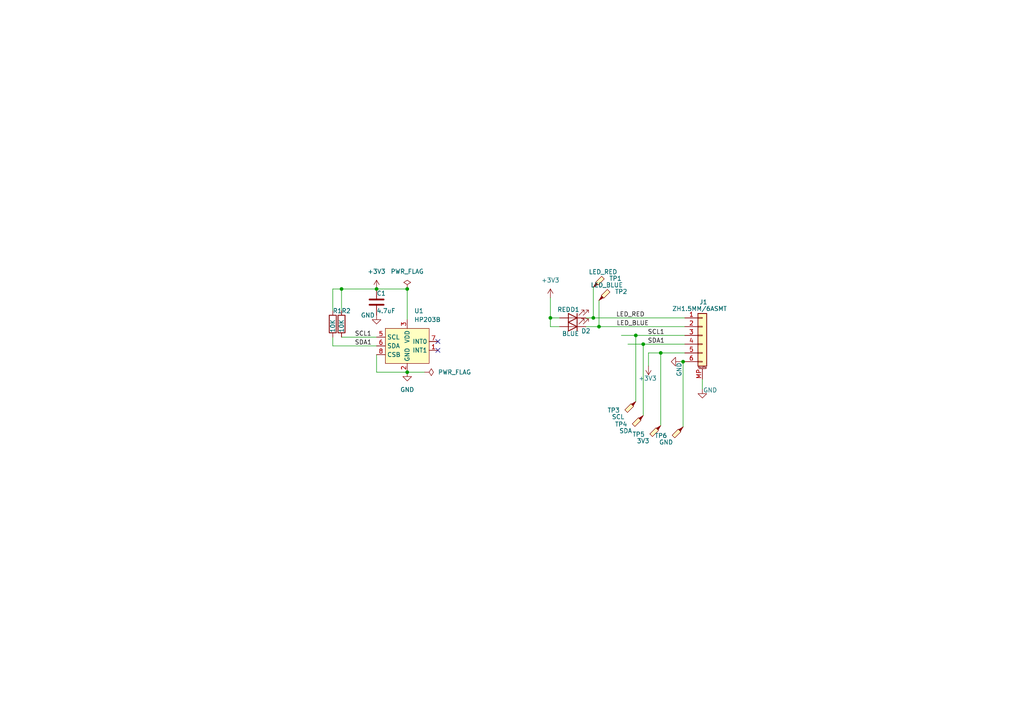
<source format=kicad_sch>
(kicad_sch (version 20230121) (generator eeschema)
  (paper "A4")
  (title_block (title "ECS-01-LED") (date "2022-09-13") (rev "V0.1"))
  (lib_symbols
    (symbol "Connector:TestPoint_Probe" (pin_numbers hide) (pin_names (offset 0.762) hide)
      (property "Reference" "TP" (at 1.651 5.842 0))
      (property "Value" "TestPoint_Probe" (at 1.651 4.064 0))
      (symbol "TestPoint_Probe_0_1"
        (polyline (pts (xy 1.27 0.762) (xy 0 0) (xy 0.762 1.27) (xy 1.27 0.762)) (fill (type outline)))
        (polyline (pts (xy 1.397 0.635) (xy 0.635 1.397) (xy 2.413 3.175) (xy 3.175 2.413) (xy 1.397 0.635)) (fill (type background)))
      )
      (symbol "TestPoint_Probe_1_1"
        (pin passive line (at 0 0 90) (length 0) (name "1") (number "1"))
      )
    )
    (symbol "Connector_Generic_MountingPin:Conn_01x06_MountingPin" (pin_names (offset 1.016) hide)
      (property "Reference" "J" (at 0 7.62 0))
      (property "Value" "Conn_01x06_MountingPin" (at 1.27 -10.16 0))
      (symbol "Conn_01x06_MountingPin_1_1"
        (rectangle (start -1.27 -7.493) (end 0 -7.747) (stroke (width 0.1524)))
        (rectangle (start -1.27 -4.953) (end 0 -5.207) (stroke (width 0.1524)))
        (rectangle (start -1.27 -2.413) (end 0 -2.667) (stroke (width 0.1524)))
        (rectangle (start -1.27 0.127) (end 0 -0.127) (stroke (width 0.1524)))
        (rectangle (start -1.27 2.667) (end 0 2.413) (stroke (width 0.1524)))
        (rectangle (start -1.27 5.207) (end 0 4.953) (stroke (width 0.1524)))
        (rectangle (start -1.27 6.35) (end 1.27 -8.89) (stroke (width 0.254)) (fill (type background)))
        (polyline (pts (xy -1.016 -9.652) (xy 1.016 -9.652)) (stroke (width 0.1524)))
        (text "Mounting" (at 0 -9.271 0) (effects (font (size 0.381 0.381))))
        (pin passive line (at -5.08 5.08 0) (length 3.81) (name "Pin_1") (number "1"))
        (pin passive line (at -5.08 2.54 0) (length 3.81) (name "Pin_2") (number "2"))
        (pin passive line (at -5.08 0 0) (length 3.81) (name "Pin_3") (number "3"))
        (pin passive line (at -5.08 -2.54 0) (length 3.81) (name "Pin_4") (number "4"))
        (pin passive line (at -5.08 -5.08 0) (length 3.81) (name "Pin_5") (number "5"))
        (pin passive line (at -5.08 -7.62 0) (length 3.81) (name "Pin_6") (number "6"))
        (pin passive line (at 0 -12.7 90) (length 3.048) (name "MountPin") (number "MP"))
      )
    )
    (symbol "Device:C" (pin_numbers hide) (pin_names (offset 0.254))
      (property "Reference" "C" (at 0.635 2.54 0))
      (property "Value" "C" (at 0.635 -2.54 0))
      (symbol "C_0_1"
        (polyline (pts (xy -2.032 -0.762) (xy 2.032 -0.762)) (stroke (width 0.508)))
        (polyline (pts (xy -2.032 0.762) (xy 2.032 0.762)) (stroke (width 0.508)))
      )
      (symbol "C_1_1"
        (pin passive line (at 0 3.81 270) (length 2.794) (name "~") (number "1"))
        (pin passive line (at 0 -3.81 90) (length 2.794) (name "~") (number "2"))
      )
    )
    (symbol "Device:LED" (pin_numbers hide) (pin_names (offset 1.016) hide)
      (property "Reference" "D" (at 0 2.54 0))
      (property "Value" "LED" (at 0 -2.54 0))
      (symbol "LED_0_1"
        (polyline (pts (xy -1.27 -1.27) (xy -1.27 1.27)) (stroke (width 0.254)))
        (polyline (pts (xy -1.27 0) (xy 1.27 0)))
        (polyline (pts (xy 1.27 -1.27) (xy 1.27 1.27) (xy -1.27 0) (xy 1.27 -1.27)) (stroke (width 0.254)))
        (polyline (pts (xy -3.048 -0.762) (xy -4.572 -2.286) (xy -3.81 -2.286) (xy -4.572 -2.286) (xy -4.572 -1.524)))
        (polyline (pts (xy -1.778 -0.762) (xy -3.302 -2.286) (xy -2.54 -2.286) (xy -3.302 -2.286) (xy -3.302 -1.524)))
      )
      (symbol "LED_1_1"
        (pin passive line (at -3.81 0 0) (length 2.54) (name "K") (number "1"))
        (pin passive line (at 3.81 0 180) (length 2.54) (name "A") (number "2"))
      )
    )
    (symbol "Device:R" (pin_numbers hide) (pin_names (offset 0))
      (property "Reference" "R" (at 2.032 0 90))
      (property "Value" "R" (at 0 0 90))
      (symbol "R_0_1"
        (rectangle (start -1.016 -2.54) (end 1.016 2.54) (stroke (width 0.254)))
      )
      (symbol "R_1_1"
        (pin passive line (at 0 3.81 270) (length 1.27) (name "~") (number "1"))
        (pin passive line (at 0 -3.81 90) (length 1.27) (name "~") (number "2"))
      )
    )
    (symbol "Ovo_Sensor_Pressure:HP203B"
      (property "Reference" "U" (at 2.54 8.89 0))
      (property "Value" "HP203B" (at 5.08 6.35 0))
      (symbol "HP203B_0_1"
        (rectangle (start -6.35 5.08) (end 6.35 -5.08) (fill (type background)))
      )
      (symbol "HP203B_1_1"
        (pin output line (at 8.89 -1.27 180) (length 2.54) (name "INT1") (number "1"))
        (pin power_in line (at 0 -7.62 90) (length 2.54) (name "GND") (number "2"))
        (pin power_in line (at 0 7.62 270) (length 2.54) (name "VDD") (number "3"))
        (pin no_connect line (at -3.81 -7.62 90) (length 2.54) hide (name "NC") (number "4"))
        (pin input line (at -8.89 2.54 0) (length 2.54) (name "SCL") (number "5"))
        (pin bidirectional line (at -8.89 0 0) (length 2.54) (name "SDA") (number "6"))
        (pin output line (at 8.89 1.27 180) (length 2.54) (name "INT0") (number "7"))
        (pin input line (at -8.89 -2.54 0) (length 2.54) (name "CSB") (number "8"))
      )
    )
    (symbol "power:+3V3" (power) (pin_names (offset 0))
      (property "Value" "+3V3" (at 0 3.556 0))
      (symbol "+3V3_0_1"
        (polyline (pts (xy -0.762 1.27) (xy 0 2.54)))
        (polyline (pts (xy 0 0) (xy 0 2.54)))
        (polyline (pts (xy 0 2.54) (xy 0.762 1.27)))
      )
      (symbol "+3V3_1_1"
        (pin power_in line (at 0 0 90) (length 0) hide (name "+3V3") (number "1"))
      )
    )
    (symbol "power:GND" (power) (pin_names (offset 0))
      (property "Value" "GND" (at 0 -3.81 0))
      (symbol "GND_0_1"
        (polyline (pts (xy 0 0) (xy 0 -1.27) (xy 1.27 -1.27) (xy 0 -2.54) (xy -1.27 -1.27) (xy 0 -1.27)))
      )
      (symbol "GND_1_1"
        (pin power_in line (at 0 0 270) (length 0) hide (name "GND") (number "1"))
      )
    )
    (symbol "power:PWR_FLAG" (power) (pin_numbers hide) (pin_names (offset 0) hide)
      (property "Value" "PWR_FLAG" (at 0 3.81 0))
      (symbol "PWR_FLAG_0_0"
        (pin power_out line (at 0 0 90) (length 0) (name "pwr") (number "1"))
      )
      (symbol "PWR_FLAG_0_1"
        (polyline (pts (xy 0 0) (xy 0 1.27) (xy -1.016 1.905) (xy 0 2.54) (xy 1.016 1.905) (xy 0 1.27)))
      )
    )
  )
  (junction (at 186.563 99.822))
  (junction (at 109.22 83.82))
  (junction (at 159.639 92.202))
  (junction (at 118.11 83.82))
  (junction (at 99.06 83.82))
  (junction (at 198.12 104.902))
  (junction (at 172.085 92.202))
  (junction (at 184.404 97.282))
  (junction (at 118.11 107.95))
  (junction (at 173.736 94.742))
  (junction (at 191.643 102.362))
  (no_connect (at 127 99.06))
  (no_connect (at 127 101.6))
  (wire (pts (xy 203.708 112.903) (xy 203.708 109.982)))
  (wire (pts (xy 169.926 92.202) (xy 172.085 92.202)))
  (wire (pts (xy 109.22 83.82) (xy 118.11 83.82)))
  (wire (pts (xy 184.404 97.282) (xy 198.628 97.282)))
  (wire (pts (xy 96.52 100.33) (xy 109.22 100.33)))
  (wire (pts (xy 159.639 94.742) (xy 162.306 94.742)))
  (wire (pts (xy 180.213 97.282) (xy 184.404 97.282)))
  (wire (pts (xy 99.06 97.79) (xy 109.22 97.79)))
  (wire (pts (xy 172.085 92.202) (xy 198.628 92.202)))
  (wire (pts (xy 186.563 99.822) (xy 198.628 99.822)))
  (wire (pts (xy 191.643 102.362) (xy 198.628 102.362)))
  (wire (pts (xy 96.52 83.82) (xy 99.06 83.82)))
  (wire (pts (xy 197.231 104.902) (xy 198.12 104.902)))
  (wire (pts (xy 96.52 90.17) (xy 96.52 83.82)))
  (wire (pts (xy 198.12 104.902) (xy 198.628 104.902)))
  (wire (pts (xy 118.11 107.95) (xy 123.19 107.95)))
  (wire (pts (xy 186.563 120.523) (xy 186.563 99.822)))
  (wire (pts (xy 188.087 102.362) (xy 191.643 102.362)))
  (wire (pts (xy 159.639 86.36) (xy 159.639 92.202)))
  (wire (pts (xy 173.736 87.122) (xy 173.736 94.742)))
  (wire (pts (xy 118.11 83.82) (xy 118.11 92.71)))
  (wire (pts (xy 191.643 123.444) (xy 191.643 102.362)))
  (wire (pts (xy 96.52 97.79) (xy 96.52 100.33)))
  (wire (pts (xy 159.639 92.202) (xy 159.639 94.742)))
  (wire (pts (xy 159.639 92.202) (xy 162.306 92.202)))
  (wire (pts (xy 169.926 94.742) (xy 173.736 94.742)))
  (wire (pts (xy 198.12 104.902) (xy 198.12 123.825)))
  (wire (pts (xy 184.404 116.459) (xy 184.404 97.282)))
  (wire (pts (xy 109.22 102.87) (xy 109.22 107.95)))
  (wire (pts (xy 109.22 107.95) (xy 118.11 107.95)))
  (wire (pts (xy 172.085 83.312) (xy 172.085 92.202)))
  (wire (pts (xy 99.06 83.82) (xy 109.22 83.82)))
  (wire (pts (xy 99.06 90.17) (xy 99.06 83.82)))
  (wire (pts (xy 173.736 94.742) (xy 198.628 94.742)))
  (wire (pts (xy 188.087 106.172) (xy 188.087 102.362)))
  (wire (pts (xy 182.118 99.822) (xy 186.563 99.822)))
  (label "SDA1" (at 102.87 100.33 0))
  (label "SCL1" (at 187.833 97.282 0))
  (label "LED_BLUE" (at 178.816 94.742 0))
  (label "SCL1" (at 102.87 97.79 0))
  (label "LED_RED" (at 178.689 92.202 0))
  (label "SDA1" (at 187.833 99.822 0))
  (symbol (lib_id "Connector_Generic_MountingPin:Conn_01x06_MountingPin") (at 203.708 97.282 0) (unit 1)
    (property "Reference" "J1" (at 202.819 87.63 0) (effects (justify left)))
    (property "Value" "ZH1.5MM/6ASMT" (at 194.945 89.535 0) (effects (justify left)))
    (property "Footprint" "Ovo_Connector_JST:JST_ZH_B6B-ZR-SM4-TF_1x06-1MP_P1.50mm_Vertical" (effects hide))
  )
  (symbol (lib_id "Connector:TestPoint_Probe") (at 191.643 123.444 180) (unit 1)
    (property "Reference" "TP5" (at 183.388 125.984 0) (effects (justify right)))
    (property "Value" "3V3" (at 184.658 127.889 0) (effects (justify right)))
    (property "Footprint" "TestPoint:TestPoint_Pad_D1.5mm" (effects hide))
  )
  (symbol (lib_id "Device:R") (at 96.52 93.98 0) (unit 1)
    (property "Reference" "R1" (at 96.52 90.17 0) (effects (justify left)))
    (property "Value" "10K" (at 96.52 96.52 90) (effects (justify left)))
    (property "Footprint" "Resistor_SMD:R_0603_1608Metric" (effects hide))
  )
  (symbol (lib_id "Connector:TestPoint_Probe") (at 198.12 123.825 180) (unit 1)
    (property "Reference" "TP6" (at 189.865 126.365 0) (effects (justify right)))
    (property "Value" "GND" (at 191.135 128.27 0) (effects (justify right)))
    (property "Footprint" "TestPoint:TestPoint_Pad_D1.5mm" (effects hide))
  )
  (symbol (lib_id "Connector:TestPoint_Probe") (at 172.085 83.312 0) (unit 1)
    (property "Reference" "TP1" (at 180.34 80.772 0) (effects (justify right)))
    (property "Value" "LED_RED" (at 179.07 78.867 0) (effects (justify right)))
    (property "Footprint" "TestPoint:TestPoint_Pad_D1.5mm" (effects hide))
  )
  (symbol (lib_id "Device:R") (at 99.06 93.98 0) (unit 1)
    (property "Reference" "R2" (at 99.06 90.17 0) (effects (justify left)))
    (property "Value" "10K" (at 99.06 96.52 90) (effects (justify left)))
    (property "Footprint" "Resistor_SMD:R_0603_1608Metric" (effects hide))
  )
  (symbol (lib_id "power:GND") (at 109.22 91.44 0) (unit 1)
    (property "Reference" "#PWR02" (effects hide))
    (property "Value" "GND" (at 106.68 91.44 0))
  )
  (symbol (lib_id "power:PWR_FLAG") (at 123.19 107.95 270) (unit 1)
    (property "Reference" "#FLG02" (effects hide))
    (property "Value" "PWR_FLAG" (at 127 107.9499 90) (effects (justify left)))
  )
  (symbol (lib_id "power:+3V3") (at 188.087 106.172 180) (unit 1)
    (property "Reference" "#PWR05" (effects hide))
    (property "Value" "+3V3" (at 187.833 109.728 0))
  )
  (symbol (lib_id "power:+3V3") (at 109.22 83.82 0) (unit 1)
    (property "Reference" "#PWR01" (effects hide))
    (property "Value" "+3V3" (at 109.22 78.74 0))
  )
  (symbol (lib_id "Ovo_Sensor_Pressure:HP203B") (at 118.11 100.33 0) (unit 1)
    (property "Reference" "U1" (at 120.1294 90.17 0) (effects (justify left)))
    (property "Value" "HP203B" (at 120.1294 92.71 0) (effects (justify left)))
    (property "Footprint" "Ovo_Package_LGA:HOPERF_LGA-8_3.8x3.6mm_P0.9mm" (effects hide))
  )
  (symbol (lib_id "Connector:TestPoint_Probe") (at 173.736 87.122 0) (unit 1)
    (property "Reference" "TP2" (at 181.991 84.582 0) (effects (justify right)))
    (property "Value" "LED_BLUE" (at 180.721 82.677 0) (effects (justify right)))
    (property "Footprint" "TestPoint:TestPoint_Pad_D1.5mm" (effects hide))
  )
  (symbol (lib_id "Device:LED") (at 166.116 94.742 180) (unit 1)
    (property "Reference" "D2" (at 169.926 96.012 0))
    (property "Value" "BLUE" (at 165.481 96.774 0))
    (property "Footprint" "Diode_SMD:D_0603_1608Metric" (effects hide))
  )
  (symbol (lib_id "power:GND") (at 203.708 112.903 0) (unit 1)
    (property "Reference" "#PWR07" (effects hide))
    (property "Value" "GND" (at 208.026 113.157 0) (effects (justify right)))
  )
  (symbol (lib_id "Device:LED") (at 166.116 92.202 180) (unit 1)
    (property "Reference" "D1" (at 166.751 89.789 0))
    (property "Value" "RED" (at 163.576 89.789 0))
    (property "Footprint" "Diode_SMD:D_0603_1608Metric" (effects hide))
  )
  (symbol (lib_id "Connector:TestPoint_Probe") (at 184.404 116.459 180) (unit 1)
    (property "Reference" "TP3" (at 176.149 118.999 0) (effects (justify right)))
    (property "Value" "SCL" (at 177.419 120.904 0) (effects (justify right)))
    (property "Footprint" "TestPoint:TestPoint_Pad_D1.5mm" (effects hide))
  )
  (symbol (lib_id "power:GND") (at 118.11 107.95 0) (unit 1)
    (property "Reference" "#PWR03" (effects hide))
    (property "Value" "GND" (at 118.11 113.03 0))
  )
  (symbol (lib_id "Connector:TestPoint_Probe") (at 186.563 120.523 180) (unit 1)
    (property "Reference" "TP4" (at 178.308 123.063 0) (effects (justify right)))
    (property "Value" "SDA" (at 179.578 124.968 0) (effects (justify right)))
    (property "Footprint" "TestPoint:TestPoint_Pad_D1.5mm" (effects hide))
  )
  (symbol (lib_id "power:GND") (at 197.231 104.902 270) (unit 1)
    (property "Reference" "#PWR06" (effects hide))
    (property "Value" "GND" (at 196.977 109.22 0) (effects (justify right)))
  )
  (symbol (lib_id "Device:C") (at 109.22 87.63 0) (unit 1)
    (property "Reference" "C1" (at 109.22 85.09 0) (effects (justify left)))
    (property "Value" "4.7uF" (at 109.22 90.17 0) (effects (justify left)))
    (property "Footprint" "Capacitor_SMD:C_0603_1608Metric" (effects hide))
  )
  (symbol (lib_id "power:PWR_FLAG") (at 118.11 83.82 0) (unit 1)
    (property "Reference" "#FLG01" (effects hide))
    (property "Value" "PWR_FLAG" (at 118.11 78.74 0))
  )
  (symbol (lib_id "power:+3V3") (at 159.639 86.36 0) (mirror y) (unit 1)
    (property "Reference" "#PWR08" (effects hide))
    (property "Value" "+3V3" (at 159.639 81.28 0))
  )
)
</source>
